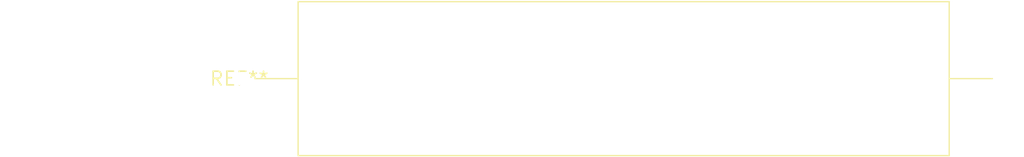
<source format=kicad_pcb>
(kicad_pcb (version 20240108) (generator pcbnew)
  (layers (0 "F.Cu" signal) (31 "B.Cu" signal) (34 "B.Paste" user) (35 "F.Paste" user) (36 "B.SilkS" user "B.Silkscreen") (37 "F.SilkS" user "F.Silkscreen") (38 "B.Mask" user) (39 "F.Mask" user) (44 "Edge.Cuts" user))
  (net 0 "")
  (footprint "R_Axial_Power_L60.0mm_W14.0mm_P71.12mm" (layer "F.Cu") (at 0 0)
    (property "Reference" "REF**")
    (property "Value" "R_Axial_Power_L60.0mm_W14.0mm_P71.12mm")
    (fp_line (start 1.44 0) (end 5.44 0) (layer "F.SilkS") (stroke (width 0.12)))
    (fp_line (start 5.44 -7.12) (end 5.44 7.12) (layer "F.SilkS") (stroke (width 0.12)))
    (fp_line (start 5.44 7.12) (end 65.68 7.12) (layer "F.SilkS") (stroke (width 0.12)))
    (fp_line (start 65.68 -7.12) (end 5.44 -7.12) (layer "F.SilkS") (stroke (width 0.12)))
    (fp_line (start 65.68 7.12) (end 65.68 -7.12) (layer "F.SilkS") (stroke (width 0.12)))
    (fp_line (start 69.68 0) (end 65.68 0) (layer "F.SilkS") (stroke (width 0.12)))
    (pad "1" thru_hole circle (at 0 0) (size 2.4 2.4) (drill 1.2) (layers *.Cu *.Mask) (remove_unused_layers))
    (pad "2" thru_hole oval (at 71.12 0) (size 2.4 2.4) (drill 1.2) (layers *.Cu *.Mask) (remove_unused_layers))
  )
)
</source>
